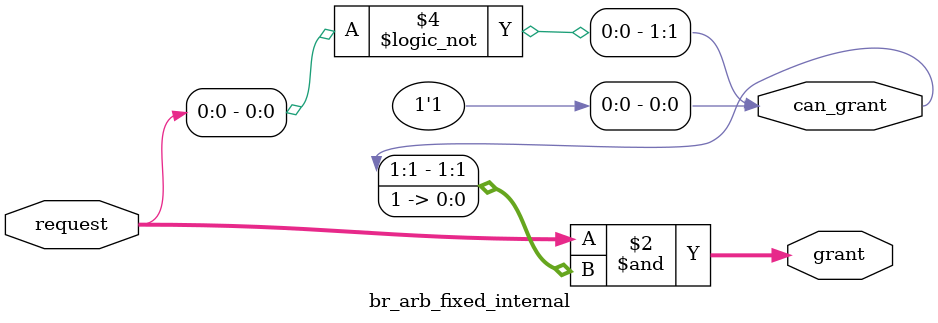
<source format=sv>


`include "br_asserts_internal.svh"

module br_arb_fixed_internal #(
    // Must be at least 2
    parameter int NumRequesters = 2
) (
    input  logic [NumRequesters-1:0] request,
    output logic [NumRequesters-1:0] can_grant,
    output logic [NumRequesters-1:0] grant
);

  //------------------------------------------
  // Implementation
  //------------------------------------------
  assign can_grant[0] = 1'b1;  // ri lint_check_waive CONST_ASSIGN CONST_OUTPUT
  for (genvar i = 1; i < NumRequesters; i++) begin : gen_can_grant_upper
    assign can_grant[i] = !(|request[i-1:0]);
  end
  assign grant = request & can_grant;

endmodule : br_arb_fixed_internal

</source>
